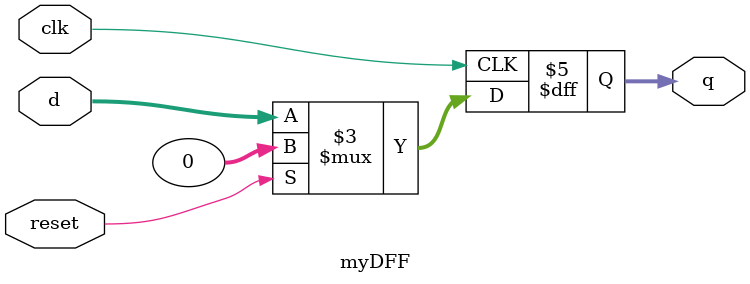
<source format=sv>
module myDFF #(parameter n = 32) (
  input  logic          clk,
  input  logic          reset,
  input  logic [n-1:0]  d,
  output logic [n-1:0]  q
);

always_ff @(posedge clk) begin
  if (reset)  q <= 0;
  else        q <= d;
end

endmodule
</source>
